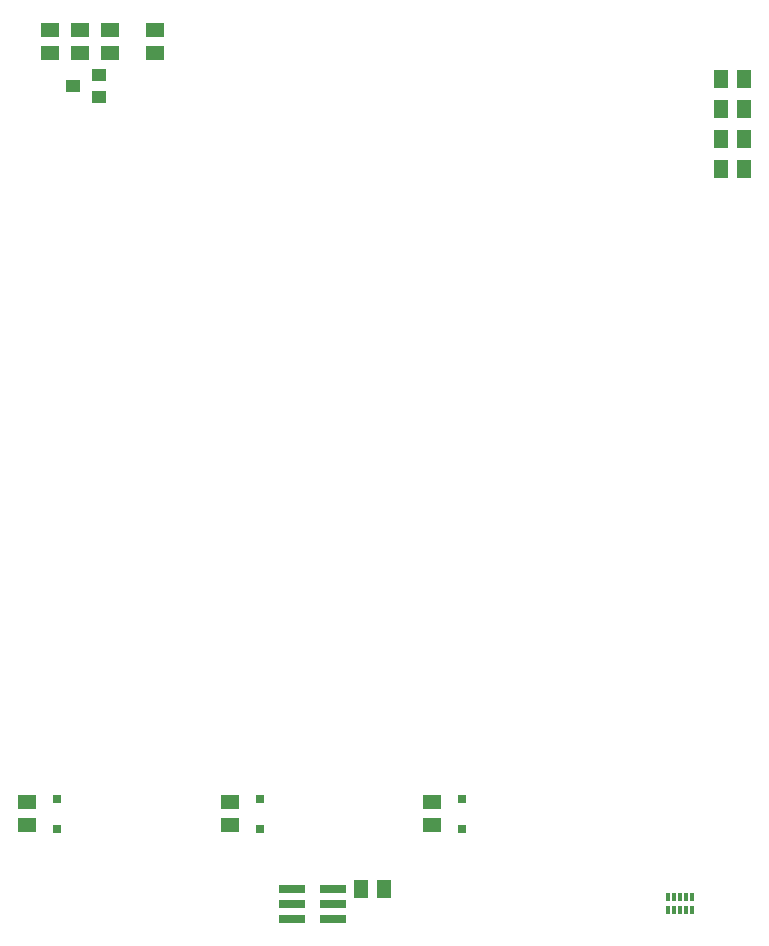
<source format=gbp>
G04 #@! TF.GenerationSoftware,KiCad,Pcbnew,7.0.9*
G04 #@! TF.CreationDate,2023-12-25T18:17:51+01:00*
G04 #@! TF.ProjectId,wall-mounted-room-temperature-sensor-wifi,77616c6c-2d6d-46f7-956e-7465642d726f,v1.0*
G04 #@! TF.SameCoordinates,Original*
G04 #@! TF.FileFunction,Paste,Bot*
G04 #@! TF.FilePolarity,Positive*
%FSLAX46Y46*%
G04 Gerber Fmt 4.6, Leading zero omitted, Abs format (unit mm)*
G04 Created by KiCad (PCBNEW 7.0.9) date 2023-12-25 18:17:51*
%MOMM*%
%LPD*%
G01*
G04 APERTURE LIST*
%ADD10R,1.500000X1.300000*%
%ADD11R,1.300000X1.500000*%
%ADD12R,0.300000X0.800000*%
%ADD13R,0.800000X0.800000*%
%ADD14R,1.300000X1.000000*%
%ADD15R,2.200000X0.800000*%
G04 APERTURE END LIST*
D10*
X79375000Y-73360000D03*
X79375000Y-71420000D03*
X76835000Y-73360000D03*
X76835000Y-71420000D03*
D11*
X133650000Y-78105000D03*
X135590000Y-78105000D03*
X133650000Y-75565000D03*
X135590000Y-75565000D03*
X133650000Y-83185000D03*
X135590000Y-83185000D03*
D10*
X109220000Y-136825000D03*
X109220000Y-138765000D03*
X92075000Y-136825000D03*
X92075000Y-138765000D03*
X74930000Y-136825000D03*
X74930000Y-138765000D03*
D12*
X131175000Y-145955000D03*
X130675000Y-145955000D03*
X130175000Y-145955000D03*
X129675000Y-145955000D03*
X129175000Y-145955000D03*
X129175000Y-144875000D03*
X129675000Y-144875000D03*
X130175000Y-144875000D03*
X130675000Y-144875000D03*
X131175000Y-144875000D03*
D13*
X111760000Y-136525000D03*
X111760000Y-139065000D03*
X94615000Y-136525000D03*
X94615000Y-139065000D03*
X77470000Y-136525000D03*
X77470000Y-139065000D03*
D14*
X81010000Y-75250000D03*
X81010000Y-77150000D03*
X78810000Y-76200000D03*
D10*
X81915000Y-73360000D03*
X81915000Y-71420000D03*
X85725000Y-71420000D03*
X85725000Y-73360000D03*
D11*
X133650000Y-80645000D03*
X135590000Y-80645000D03*
X105110000Y-144145000D03*
X103170000Y-144145000D03*
D15*
X100787200Y-144145000D03*
X100787200Y-145415000D03*
X100787200Y-146685000D03*
X97332800Y-146685000D03*
X97332800Y-145415000D03*
X97332800Y-144145000D03*
M02*

</source>
